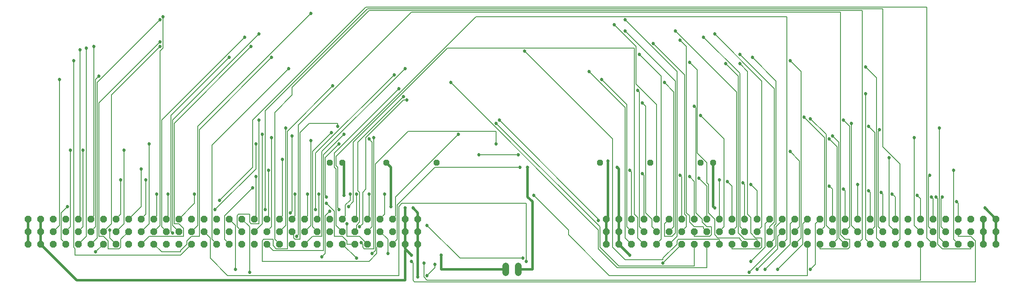
<source format=gbr>
G04 EAGLE Gerber RS-274X export*
G75*
%MOMM*%
%FSLAX34Y34*%
%LPD*%
%INTop Copper*%
%IPPOS*%
%AMOC8*
5,1,8,0,0,1.08239X$1,22.5*%
G01*
%ADD10P,1.484606X8X292.500000*%
%ADD11P,1.319650X8X22.500000*%
%ADD12P,1.319650X8X202.500000*%
%ADD13C,1.371600*%
%ADD14C,0.508000*%
%ADD15C,0.685800*%
%ADD16C,0.152400*%


D10*
X965200Y139700D03*
X939800Y139700D03*
X914400Y139700D03*
X889000Y139700D03*
X863600Y139700D03*
X838200Y139700D03*
X812800Y139700D03*
X787400Y139700D03*
X762000Y139700D03*
X736600Y139700D03*
X711200Y139700D03*
X685800Y139700D03*
X660400Y139700D03*
X635000Y139700D03*
X609600Y139700D03*
X584200Y139700D03*
X965200Y88900D03*
X939800Y88900D03*
X914400Y88900D03*
X889000Y88900D03*
X863600Y88900D03*
X838200Y88900D03*
X812800Y88900D03*
X787400Y88900D03*
X762000Y88900D03*
X736600Y88900D03*
X711200Y88900D03*
X685800Y88900D03*
X660400Y88900D03*
X635000Y88900D03*
X609600Y88900D03*
X584200Y88900D03*
X965200Y114300D03*
X939800Y114300D03*
X914400Y114300D03*
X889000Y114300D03*
X863600Y114300D03*
X838200Y114300D03*
X812800Y114300D03*
X787400Y114300D03*
X762000Y114300D03*
X736600Y114300D03*
X711200Y114300D03*
X685800Y114300D03*
X660400Y114300D03*
X635000Y114300D03*
X609600Y114300D03*
X584200Y114300D03*
X558800Y139700D03*
X533400Y139700D03*
X508000Y139700D03*
X482600Y139700D03*
X457200Y139700D03*
X431800Y139700D03*
X406400Y139700D03*
X381000Y139700D03*
X355600Y139700D03*
X330200Y139700D03*
X304800Y139700D03*
X279400Y139700D03*
X254000Y139700D03*
X228600Y139700D03*
X203200Y139700D03*
X177800Y139700D03*
X558800Y88900D03*
X533400Y88900D03*
X508000Y88900D03*
X482600Y88900D03*
X457200Y88900D03*
X431800Y88900D03*
X406400Y88900D03*
X381000Y88900D03*
X355600Y88900D03*
X330200Y88900D03*
X304800Y88900D03*
X279400Y88900D03*
X254000Y88900D03*
X228600Y88900D03*
X203200Y88900D03*
X177800Y88900D03*
X558800Y114300D03*
X533400Y114300D03*
X508000Y114300D03*
X482600Y114300D03*
X457200Y114300D03*
X431800Y114300D03*
X406400Y114300D03*
X381000Y114300D03*
X355600Y114300D03*
X330200Y114300D03*
X304800Y114300D03*
X279400Y114300D03*
X254000Y114300D03*
X228600Y114300D03*
X203200Y114300D03*
X177800Y114300D03*
X2133600Y139700D03*
X2108200Y139700D03*
X2082800Y139700D03*
X2057400Y139700D03*
X2032000Y139700D03*
X2006600Y139700D03*
X1981200Y139700D03*
X1955800Y139700D03*
X1930400Y139700D03*
X1905000Y139700D03*
X1879600Y139700D03*
X1854200Y139700D03*
X1828800Y139700D03*
X1803400Y139700D03*
X1778000Y139700D03*
X1752600Y139700D03*
X2133600Y88900D03*
X2108200Y88900D03*
X2082800Y88900D03*
X2057400Y88900D03*
X2032000Y88900D03*
X2006600Y88900D03*
X1981200Y88900D03*
X1955800Y88900D03*
X1930400Y88900D03*
X1905000Y88900D03*
X1879600Y88900D03*
X1854200Y88900D03*
X1828800Y88900D03*
X1803400Y88900D03*
X1778000Y88900D03*
X1752600Y88900D03*
X2133600Y114300D03*
X2108200Y114300D03*
X2082800Y114300D03*
X2057400Y114300D03*
X2032000Y114300D03*
X2006600Y114300D03*
X1981200Y114300D03*
X1955800Y114300D03*
X1930400Y114300D03*
X1905000Y114300D03*
X1879600Y114300D03*
X1854200Y114300D03*
X1828800Y114300D03*
X1803400Y114300D03*
X1778000Y114300D03*
X1752600Y114300D03*
X1727200Y139700D03*
X1701800Y139700D03*
X1676400Y139700D03*
X1651000Y139700D03*
X1625600Y139700D03*
X1600200Y139700D03*
X1574800Y139700D03*
X1549400Y139700D03*
X1524000Y139700D03*
X1498600Y139700D03*
X1473200Y139700D03*
X1447800Y139700D03*
X1422400Y139700D03*
X1397000Y139700D03*
X1371600Y139700D03*
X1346200Y139700D03*
X1727200Y88900D03*
X1701800Y88900D03*
X1676400Y88900D03*
X1651000Y88900D03*
X1625600Y88900D03*
X1600200Y88900D03*
X1574800Y88900D03*
X1549400Y88900D03*
X1524000Y88900D03*
X1498600Y88900D03*
X1473200Y88900D03*
X1447800Y88900D03*
X1422400Y88900D03*
X1397000Y88900D03*
X1371600Y88900D03*
X1346200Y88900D03*
X1727200Y114300D03*
X1701800Y114300D03*
X1676400Y114300D03*
X1651000Y114300D03*
X1625600Y114300D03*
X1600200Y114300D03*
X1574800Y114300D03*
X1549400Y114300D03*
X1524000Y114300D03*
X1498600Y114300D03*
X1473200Y114300D03*
X1447800Y114300D03*
X1422400Y114300D03*
X1397000Y114300D03*
X1371600Y114300D03*
X1346200Y114300D03*
D11*
X787400Y254000D03*
X812800Y254000D03*
D12*
X1003300Y254000D03*
X901700Y254000D03*
D11*
X1536700Y254000D03*
X1562100Y254000D03*
D12*
X1435100Y254000D03*
X1333500Y254000D03*
D13*
X1168400Y44958D02*
X1168400Y31242D01*
X1143000Y31242D02*
X1143000Y44958D01*
D14*
X2133600Y88900D02*
X2133600Y114300D01*
X2133600Y139700D01*
X1346200Y114300D02*
X1346200Y88900D01*
X1349375Y142875D02*
X1349375Y257175D01*
X1349375Y142875D02*
X1346200Y139700D01*
X1346200Y114300D01*
X2111375Y161925D02*
X2133600Y139700D01*
X1565275Y161925D02*
X1562100Y165100D01*
X1562100Y254000D01*
X177800Y114300D02*
X177800Y88900D01*
X177800Y114300D02*
X177800Y139700D01*
X965200Y114300D02*
X965200Y88900D01*
X815975Y250825D02*
X812800Y254000D01*
X815975Y250825D02*
X815975Y187325D01*
X955675Y161925D02*
X965200Y152400D01*
X965200Y139700D01*
X965200Y114300D01*
X965200Y88900D02*
X965200Y22225D01*
D15*
X1349375Y257175D03*
X2111375Y161925D03*
X1565275Y161925D03*
X815975Y187325D03*
X955675Y161925D03*
X965200Y22225D03*
D16*
X914400Y139700D02*
X920750Y146050D01*
X920750Y184150D01*
X1047750Y311150D01*
D15*
X1047750Y311150D03*
D16*
X898525Y149225D02*
X889000Y139700D01*
X898525Y149225D02*
X898525Y190500D01*
X2054225Y174625D02*
X2057400Y171450D01*
X2057400Y139700D01*
D15*
X898525Y190500D03*
X2054225Y174625D03*
D16*
X866775Y142875D02*
X863600Y139700D01*
X866775Y142875D02*
X866775Y190500D01*
D15*
X866775Y190500D03*
D16*
X841375Y142875D02*
X838200Y139700D01*
X841375Y142875D02*
X841375Y190500D01*
X2003425Y184150D02*
X2006600Y180975D01*
X2006600Y139700D01*
D15*
X841375Y190500D03*
X2003425Y184150D03*
D16*
X819150Y146050D02*
X812800Y139700D01*
X819150Y146050D02*
X819150Y168275D01*
X828675Y177800D01*
X828675Y190500D01*
X1974850Y187325D02*
X1981200Y180975D01*
X1981200Y139700D01*
D15*
X828675Y190500D03*
X1974850Y187325D03*
D16*
X765175Y142875D02*
X762000Y139700D01*
X765175Y142875D02*
X765175Y190500D01*
X1924050Y190500D02*
X1930400Y184150D01*
X1930400Y139700D01*
D15*
X765175Y190500D03*
X1924050Y190500D03*
D16*
X742950Y146050D02*
X736600Y139700D01*
X742950Y146050D02*
X742950Y190500D01*
X1901825Y193675D02*
X1905000Y190500D01*
X1905000Y139700D01*
D15*
X742950Y190500D03*
X1901825Y193675D03*
D16*
X717550Y146050D02*
X711200Y139700D01*
X717550Y146050D02*
X717550Y190500D01*
X1876425Y196850D02*
X1879600Y193675D01*
X1879600Y139700D01*
D15*
X717550Y190500D03*
X1876425Y196850D03*
D16*
X692150Y146050D02*
X685800Y139700D01*
X692150Y146050D02*
X692150Y260350D01*
X1089025Y269875D02*
X1168400Y269875D01*
X1854200Y209550D02*
X1854200Y139700D01*
D15*
X692150Y260350D03*
X1089025Y269875D03*
X1168400Y269875D03*
X1854200Y209550D03*
D16*
X663575Y142875D02*
X660400Y139700D01*
X663575Y142875D02*
X663575Y238125D01*
X1825625Y200025D02*
X1828800Y196850D01*
X1828800Y139700D01*
D15*
X663575Y238125D03*
X1825625Y200025D03*
D16*
X638175Y142875D02*
X635000Y139700D01*
X638175Y142875D02*
X638175Y225425D01*
X1797050Y206375D02*
X1803400Y200025D01*
X1803400Y139700D01*
D15*
X638175Y225425D03*
X1797050Y206375D03*
D16*
X625475Y123825D02*
X609600Y139700D01*
X625475Y123825D02*
X625475Y31750D01*
X1758950Y38100D02*
X1768475Y47625D01*
X1768475Y130175D01*
X1778000Y139700D01*
D15*
X625475Y31750D03*
X1758950Y38100D03*
D16*
X596900Y127000D02*
X584200Y139700D01*
X596900Y127000D02*
X596900Y38100D01*
X1692275Y38100D02*
X1743075Y88900D01*
X1743075Y130175D01*
X1752600Y139700D01*
D15*
X596900Y38100D03*
X1692275Y38100D03*
D16*
X1666875Y38100D02*
X1717675Y88900D01*
X1717675Y130175D01*
X1727200Y139700D01*
D15*
X1666875Y38100D03*
D16*
X1635125Y31750D02*
X1689100Y85725D01*
X1689100Y123825D01*
X1701800Y136525D01*
X1701800Y139700D01*
D15*
X1635125Y31750D03*
D16*
X1638300Y53975D02*
X1666875Y82550D01*
X1666875Y130175D01*
X1676400Y139700D01*
D15*
X1638300Y53975D03*
D16*
X514350Y171450D02*
X482600Y139700D01*
X514350Y171450D02*
X514350Y190500D01*
X1638300Y209550D02*
X1651000Y196850D01*
X1651000Y139700D01*
D15*
X514350Y190500D03*
X1638300Y209550D03*
D16*
X460375Y142875D02*
X457200Y139700D01*
X460375Y142875D02*
X460375Y190500D01*
X1622425Y212725D02*
X1625600Y209550D01*
X1625600Y139700D01*
D15*
X460375Y190500D03*
X1622425Y212725D03*
D16*
X438150Y146050D02*
X431800Y139700D01*
X438150Y146050D02*
X438150Y190500D01*
X1590675Y215900D02*
X1600200Y206375D01*
X1600200Y139700D01*
D15*
X438150Y190500D03*
X1590675Y215900D03*
D16*
X415925Y149225D02*
X406400Y139700D01*
X415925Y149225D02*
X415925Y219075D01*
X1574800Y219075D02*
X1574800Y139700D01*
D15*
X415925Y219075D03*
X1574800Y219075D03*
D16*
X406400Y165100D02*
X381000Y139700D01*
X406400Y165100D02*
X406400Y241300D01*
X1533525Y222250D02*
X1549400Y206375D01*
X1549400Y139700D01*
D15*
X406400Y241300D03*
X1533525Y222250D03*
D16*
X365125Y149225D02*
X355600Y139700D01*
X365125Y149225D02*
X365125Y219075D01*
X1514475Y225425D02*
X1524000Y215900D01*
X1524000Y139700D01*
D15*
X365125Y219075D03*
X1514475Y225425D03*
D16*
X1498600Y225425D02*
X1495425Y228600D01*
X1498600Y225425D02*
X1498600Y139700D01*
D15*
X1495425Y228600D03*
D16*
X311150Y146050D02*
X304800Y139700D01*
X311150Y146050D02*
X311150Y488950D01*
X1384300Y520700D02*
X1485900Y419100D01*
X1485900Y111125D01*
X1479550Y104775D01*
X1463675Y104775D01*
X1463675Y130175D01*
X1473200Y139700D01*
D15*
X311150Y488950D03*
X1384300Y520700D03*
D16*
X282575Y142875D02*
X279400Y139700D01*
X282575Y142875D02*
X282575Y482600D01*
X1362075Y533400D02*
X1406525Y488950D01*
X1406525Y412750D01*
X1447800Y371475D01*
X1447800Y139700D01*
D15*
X282575Y482600D03*
X1362075Y533400D03*
D16*
X781050Y184150D02*
X777875Y187325D01*
X777875Y263525D01*
X806450Y292100D01*
X1419225Y231775D02*
X1422400Y228600D01*
X1422400Y139700D01*
D15*
X781050Y184150D03*
X806450Y292100D03*
X1419225Y231775D03*
D16*
X1397000Y234950D02*
X1393825Y238125D01*
X1397000Y234950D02*
X1397000Y139700D01*
D15*
X1393825Y238125D03*
D16*
X1050925Y60325D02*
X984250Y127000D01*
X1050925Y60325D02*
X1177925Y60325D01*
D15*
X984250Y127000D03*
X1177925Y60325D03*
D16*
X904875Y98425D02*
X889000Y114300D01*
X904875Y98425D02*
X904875Y69850D01*
X952500Y53975D02*
X955675Y50800D01*
X955675Y15875D01*
X958850Y12700D01*
X2092325Y12700D01*
X2092325Y95250D01*
X2082800Y104775D01*
X2057400Y104775D01*
X2057400Y114300D01*
D15*
X904875Y69850D03*
X952500Y53975D03*
D16*
X873125Y123825D02*
X863600Y114300D01*
X873125Y123825D02*
X873125Y295275D01*
X866775Y301625D01*
X2022475Y180975D02*
X2025650Y184150D01*
X2022475Y180975D02*
X2022475Y123825D01*
X2032000Y114300D01*
D15*
X866775Y301625D03*
X2025650Y184150D03*
D16*
X841375Y117475D02*
X838200Y114300D01*
X841375Y117475D02*
X841375Y127000D01*
X847725Y133350D01*
X847725Y193675D01*
X844550Y196850D01*
X844550Y295275D01*
X936625Y387350D01*
X1997075Y225425D02*
X2000250Y228600D01*
X1997075Y225425D02*
X1997075Y123825D01*
X2006600Y114300D01*
D15*
X936625Y387350D03*
X2000250Y228600D03*
D16*
X812800Y114300D02*
X800100Y127000D01*
X800100Y241300D01*
X796925Y244475D01*
X796925Y273050D01*
X927100Y403225D01*
X1968500Y304800D02*
X1968500Y127000D01*
X1981200Y114300D01*
D15*
X927100Y403225D03*
X1968500Y304800D03*
D16*
X762000Y114300D02*
X752475Y123825D01*
X752475Y276225D01*
X790575Y314325D01*
X1917700Y263525D02*
X1917700Y127000D01*
X1930400Y114300D01*
D15*
X790575Y314325D03*
X1917700Y263525D03*
D16*
X749300Y127000D02*
X736600Y114300D01*
X749300Y127000D02*
X749300Y298450D01*
X1895475Y317500D02*
X1898650Y320675D01*
X1895475Y317500D02*
X1895475Y123825D01*
X1905000Y114300D01*
D15*
X749300Y298450D03*
X1898650Y320675D03*
D16*
X714375Y111125D02*
X711200Y114300D01*
X714375Y111125D02*
X714375Y101600D01*
X717550Y98425D01*
X727075Y98425D01*
X727075Y314325D01*
X746125Y333375D01*
X803275Y333375D01*
X803275Y327025D01*
X1876425Y327025D02*
X1889125Y314325D01*
X1889125Y123825D01*
X1879600Y114300D01*
D15*
X803275Y327025D03*
X1876425Y327025D03*
D16*
X698500Y127000D02*
X685800Y114300D01*
X698500Y127000D02*
X698500Y323850D01*
X1841500Y333375D02*
X1841500Y127000D01*
X1854200Y114300D01*
D15*
X698500Y323850D03*
X1841500Y333375D03*
D16*
X669925Y123825D02*
X660400Y114300D01*
X669925Y123825D02*
X669925Y304800D01*
X1825625Y339725D02*
X1838325Y327025D01*
X1838325Y123825D01*
X1828800Y114300D01*
D15*
X669925Y304800D03*
X1825625Y339725D03*
D16*
X650875Y130175D02*
X635000Y114300D01*
X650875Y130175D02*
X650875Y311150D01*
X1758950Y342900D02*
X1790700Y311150D01*
X1790700Y127000D01*
X1803400Y114300D01*
D15*
X650875Y311150D03*
X1758950Y342900D03*
D16*
X609600Y114300D02*
X600075Y123825D01*
X600075Y146050D01*
X603250Y149225D01*
X625475Y149225D01*
X625475Y133350D01*
X628650Y130175D01*
X644525Y130175D01*
X644525Y339725D01*
X1746250Y346075D02*
X1787525Y304800D01*
X1787525Y123825D01*
X1778000Y114300D01*
D15*
X644525Y339725D03*
X1746250Y346075D03*
D16*
X711200Y155575D02*
X708025Y152400D01*
X711200Y155575D02*
X711200Y307975D01*
X1130300Y339725D02*
X1330325Y139700D01*
X1330325Y136525D01*
D15*
X708025Y152400D03*
X711200Y307975D03*
X1130300Y339725D03*
X1330325Y136525D03*
D16*
X879475Y76200D02*
X873125Y69850D01*
X879475Y76200D02*
X879475Y250825D01*
X946150Y317500D01*
X1123950Y317500D01*
X1123950Y292100D01*
X1717675Y276225D02*
X1736725Y257175D01*
X1736725Y123825D01*
X1727200Y114300D01*
D15*
X873125Y69850D03*
X1123950Y292100D03*
X1717675Y276225D03*
D16*
X546100Y101600D02*
X533400Y114300D01*
X546100Y101600D02*
X546100Y60325D01*
X581025Y25400D01*
X927100Y25400D01*
X927100Y165100D01*
X933450Y171450D01*
X1184275Y171450D01*
X1184275Y53975D01*
X1651000Y38100D02*
X1692275Y79375D01*
X1692275Y104775D01*
X1701800Y114300D01*
D15*
X1184275Y53975D03*
X1651000Y38100D03*
D16*
X520700Y127000D02*
X508000Y114300D01*
X520700Y127000D02*
X520700Y327025D01*
X749300Y555625D01*
X1616075Y473075D02*
X1685925Y403225D01*
X1685925Y133350D01*
X1676400Y123825D01*
X1676400Y114300D01*
D15*
X749300Y555625D03*
X1616075Y473075D03*
D16*
X482600Y114300D02*
X469900Y127000D01*
X469900Y339725D01*
X644525Y514350D01*
X1565275Y514350D02*
X1660525Y419100D01*
X1660525Y123825D01*
X1651000Y114300D01*
D15*
X644525Y514350D03*
X1565275Y514350D03*
D16*
X457200Y114300D02*
X447675Y123825D01*
X447675Y339725D01*
X615950Y508000D01*
X1543050Y508000D02*
X1616075Y434975D01*
X1616075Y123825D01*
X1625600Y114300D01*
D15*
X615950Y508000D03*
X1543050Y508000D03*
D16*
X444500Y127000D02*
X431800Y114300D01*
X444500Y127000D02*
X444500Y479425D01*
X450850Y485775D01*
X450850Y549275D01*
X1485900Y520700D02*
X1609725Y396875D01*
X1609725Y123825D01*
X1600200Y114300D01*
D15*
X450850Y549275D03*
X1485900Y520700D03*
D16*
X422275Y130175D02*
X406400Y114300D01*
X422275Y130175D02*
X422275Y292100D01*
X1536700Y349250D02*
X1584325Y301625D01*
X1584325Y123825D01*
X1574800Y114300D01*
D15*
X422275Y292100D03*
X1536700Y349250D03*
D16*
X381000Y114300D02*
X365125Y98425D01*
X365125Y82550D01*
X361950Y79375D01*
X339725Y79375D01*
X339725Y95250D01*
X330200Y104775D01*
X320675Y104775D01*
X320675Y374650D01*
X444500Y498475D01*
X1495425Y501650D02*
X1508125Y488950D01*
X1508125Y152400D01*
X1514475Y146050D01*
X1514475Y133350D01*
X1524000Y123825D01*
X1543050Y123825D01*
X1543050Y120650D01*
X1549400Y114300D01*
D15*
X444500Y498475D03*
X1495425Y501650D03*
D16*
X371475Y130175D02*
X355600Y114300D01*
X371475Y130175D02*
X371475Y279400D01*
X1524000Y368300D02*
X1527175Y365125D01*
X1527175Y152400D01*
X1539875Y139700D01*
X1539875Y133350D01*
X1549400Y123825D01*
X1558925Y123825D01*
X1558925Y107950D01*
X1555750Y104775D01*
X1524000Y104775D01*
X1524000Y114300D01*
D15*
X371475Y279400D03*
X1524000Y368300D03*
D16*
X346075Y130175D02*
X330200Y114300D01*
X346075Y130175D02*
X346075Y390525D01*
X444500Y488950D01*
X1441450Y495300D02*
X1504950Y431800D01*
X1504950Y149225D01*
X1508125Y146050D01*
X1508125Y123825D01*
X1498600Y114300D01*
D15*
X444500Y488950D03*
X1441450Y495300D03*
D16*
X314325Y123825D02*
X304800Y114300D01*
X314325Y123825D02*
X314325Y422275D01*
X320675Y428625D01*
X1463675Y415925D02*
X1482725Y396875D01*
X1482725Y123825D01*
X1473200Y114300D01*
D15*
X320675Y428625D03*
X1463675Y415925D03*
D16*
X288925Y123825D02*
X279400Y114300D01*
X288925Y123825D02*
X288925Y279400D01*
X1419225Y374650D02*
X1425575Y368300D01*
X1425575Y152400D01*
X1438275Y139700D01*
X1438275Y123825D01*
X1447800Y114300D01*
D15*
X288925Y279400D03*
X1419225Y374650D03*
D16*
X263525Y123825D02*
X254000Y114300D01*
X263525Y123825D02*
X263525Y279400D01*
X1409700Y400050D02*
X1412875Y396875D01*
X1412875Y123825D01*
X1422400Y114300D01*
D15*
X263525Y279400D03*
X1409700Y400050D03*
D16*
X241300Y127000D02*
X228600Y114300D01*
X241300Y127000D02*
X241300Y422275D01*
X1336675Y422275D02*
X1387475Y371475D01*
X1387475Y123825D01*
X1397000Y114300D01*
D15*
X241300Y422275D03*
X1336675Y422275D03*
D16*
X923925Y98425D02*
X914400Y88900D01*
X923925Y98425D02*
X923925Y168275D01*
X1000125Y244475D01*
X1171575Y244475D01*
X2012950Y184150D02*
X2016125Y180975D01*
X2016125Y88900D01*
X2025650Y79375D01*
X2082800Y79375D01*
X2082800Y88900D01*
D15*
X1171575Y244475D03*
X2012950Y184150D03*
D16*
X889000Y88900D02*
X882650Y82550D01*
X882650Y69850D01*
X866775Y53975D01*
X650875Y53975D01*
X650875Y95250D01*
X654050Y98425D01*
X673100Y98425D01*
X673100Y85725D01*
X679450Y79375D01*
X701675Y79375D01*
X701675Y317500D01*
X793750Y409575D01*
X2047875Y238125D02*
X2047875Y98425D01*
X2057400Y88900D01*
D15*
X793750Y409575D03*
X2047875Y238125D03*
D16*
X863600Y88900D02*
X847725Y104775D01*
X822325Y104775D01*
X822325Y130175D01*
X758825Y158750D02*
X758825Y273050D01*
X917575Y431800D01*
X2019300Y323850D02*
X2019300Y101600D01*
X2032000Y88900D01*
D15*
X822325Y130175D03*
X758825Y158750D03*
X917575Y431800D03*
X2019300Y323850D03*
D16*
X838200Y88900D02*
X822325Y88900D01*
X822325Y95250D01*
X812800Y104775D01*
X796925Y104775D01*
X796925Y155575D01*
X781050Y171450D01*
X631825Y244475D02*
X565150Y177800D01*
X631825Y244475D02*
X631825Y339725D01*
X860425Y568325D01*
X1993900Y568325D01*
X1993900Y101600D01*
X2006600Y88900D01*
D15*
X781050Y171450D03*
X565150Y177800D03*
D16*
X812800Y88900D02*
X841375Y60325D01*
X977900Y50800D02*
X977900Y22225D01*
X984250Y15875D01*
X1981200Y15875D01*
X1981200Y88900D01*
D15*
X841375Y60325D03*
X977900Y50800D03*
D16*
X657225Y158750D02*
X657225Y358775D01*
X863600Y565150D01*
X1905000Y565150D01*
X1905000Y285750D01*
X1939925Y250825D01*
X1939925Y98425D01*
X1930400Y88900D01*
D15*
X657225Y158750D03*
D16*
X736600Y88900D02*
X752475Y104775D01*
X771525Y104775D01*
X771525Y276225D01*
X939800Y444500D01*
X1870075Y447675D02*
X1892300Y425450D01*
X1892300Y101600D01*
X1905000Y88900D01*
D15*
X939800Y444500D03*
X1870075Y447675D03*
D16*
X854075Y130175D02*
X847725Y123825D01*
X854075Y130175D02*
X854075Y193675D01*
X860425Y200025D01*
X860425Y304800D01*
X936625Y381000D01*
X942975Y381000D01*
X1870075Y393700D02*
X1870075Y98425D01*
X1879600Y88900D01*
D15*
X847725Y123825D03*
X942975Y381000D03*
X1870075Y393700D03*
D16*
X685800Y88900D02*
X676275Y98425D01*
X676275Y355600D01*
X711200Y390525D01*
X711200Y406400D01*
X866775Y561975D01*
X1863725Y561975D01*
X1863725Y98425D01*
X1854200Y88900D01*
X673100Y76200D02*
X660400Y88900D01*
X673100Y76200D02*
X774700Y76200D01*
X774700Y269875D01*
X815975Y311150D01*
X1803400Y307975D02*
X1816100Y295275D01*
X1816100Y101600D01*
X1828800Y88900D01*
D15*
X815975Y311150D03*
X1803400Y307975D03*
D16*
X854075Y88900D02*
X850900Y92075D01*
X854075Y88900D02*
X854075Y82550D01*
X857250Y79375D01*
X876300Y79375D01*
X876300Y304800D01*
X1797050Y301625D02*
X1812925Y285750D01*
X1812925Y98425D01*
X1803400Y88900D01*
D15*
X850900Y92075D03*
X876300Y304800D03*
X1797050Y301625D03*
D16*
X723900Y107950D02*
X720725Y104775D01*
X723900Y107950D02*
X723900Y330200D01*
X952500Y558800D01*
X1819275Y558800D01*
X1819275Y107950D01*
X1828800Y98425D01*
X1838325Y98425D01*
X1838325Y82550D01*
X1835150Y79375D01*
X1778000Y79375D01*
X1778000Y88900D01*
D15*
X720725Y104775D03*
D16*
X584200Y88900D02*
X574675Y98425D01*
X574675Y146050D01*
X631825Y203200D01*
X1200150Y187325D02*
X1270000Y117475D01*
X1270000Y107950D01*
X1352550Y25400D01*
X1752600Y25400D01*
X1752600Y88900D01*
D15*
X631825Y203200D03*
X1200150Y187325D03*
D16*
X558800Y88900D02*
X549275Y98425D01*
X549275Y288925D01*
X704850Y444500D01*
X1717675Y460375D02*
X1739900Y438150D01*
X1739900Y101600D01*
X1727200Y88900D01*
D15*
X704850Y444500D03*
X1717675Y460375D03*
D16*
X777875Y69850D02*
X771525Y63500D01*
X777875Y69850D02*
X777875Y146050D01*
X787400Y155575D01*
X803275Y161925D02*
X806450Y158750D01*
X803275Y161925D02*
X803275Y244475D01*
X800100Y247650D01*
X800100Y266700D01*
X1082675Y549275D01*
X1711325Y549275D01*
X1711325Y98425D01*
X1701800Y88900D01*
D15*
X771525Y63500D03*
X787400Y155575D03*
X806450Y158750D03*
D16*
X508000Y88900D02*
X485775Y66675D01*
X273050Y66675D01*
X273050Y79375D01*
X269875Y82550D01*
X269875Y460375D01*
X1641475Y466725D02*
X1689100Y419100D01*
X1689100Y130175D01*
X1685925Y127000D01*
X1685925Y98425D01*
X1676400Y88900D01*
D15*
X269875Y460375D03*
X1641475Y466725D03*
D16*
X1612900Y428625D02*
X1587500Y454025D01*
X1612900Y428625D02*
X1612900Y111125D01*
X1625600Y98425D01*
X1651000Y98425D01*
X1651000Y88900D01*
D15*
X1587500Y454025D03*
D16*
X469900Y111125D02*
X466725Y114300D01*
X466725Y349250D01*
X584200Y466725D01*
X1514475Y457200D02*
X1530350Y441325D01*
X1530350Y273050D01*
X1549400Y254000D01*
X1549400Y212725D01*
X1552575Y209550D01*
X1552575Y152400D01*
X1565275Y139700D01*
X1565275Y107950D01*
X1571625Y101600D01*
X1616075Y101600D01*
X1616075Y98425D01*
X1625600Y88900D01*
D15*
X469900Y111125D03*
X584200Y466725D03*
X1514475Y457200D03*
D16*
X447675Y73025D02*
X431800Y88900D01*
X447675Y73025D02*
X485775Y73025D01*
X485775Y76200D01*
X498475Y88900D01*
X498475Y95250D01*
X508000Y104775D01*
X523875Y104775D01*
X523875Y320675D01*
X669925Y466725D01*
X1616075Y454025D02*
X1631950Y438150D01*
X1631950Y149225D01*
X1638300Y142875D01*
X1638300Y111125D01*
X1647825Y101600D01*
X1660525Y101600D01*
X1660525Y82550D01*
X1657350Y79375D01*
X1600200Y79375D01*
X1600200Y88900D01*
D15*
X669925Y466725D03*
X1616075Y454025D03*
D16*
X422275Y104775D02*
X406400Y88900D01*
X422275Y104775D02*
X492125Y104775D01*
X492125Y120650D01*
X482600Y130175D01*
X473075Y130175D01*
X473075Y333375D01*
X628650Y488950D01*
X1181100Y479425D02*
X1358900Y301625D01*
X1358900Y82550D01*
X1384300Y57150D01*
X1460500Y57150D01*
X1460500Y60325D01*
X1489075Y88900D01*
X1489075Y95250D01*
X1492250Y98425D01*
X1574800Y98425D01*
X1574800Y88900D01*
D15*
X628650Y488950D03*
X1181100Y479425D03*
D16*
X1031875Y415925D02*
X1330325Y117475D01*
X1330325Y79375D01*
X1368425Y41275D01*
X1549400Y41275D01*
X1549400Y88900D01*
D15*
X1031875Y415925D03*
D16*
X355600Y88900D02*
X342900Y101600D01*
X342900Y117475D01*
X555625Y158750D02*
X638175Y241300D01*
X638175Y292100D01*
X1123950Y333375D02*
X1333500Y123825D01*
X1333500Y82550D01*
X1371600Y44450D01*
X1524000Y44450D01*
X1524000Y88900D01*
D15*
X342900Y117475D03*
X555625Y158750D03*
X638175Y292100D03*
X1123950Y333375D03*
D16*
X330200Y88900D02*
X314325Y73025D01*
X984250Y25400D02*
X1000125Y41275D01*
X1000125Y47625D01*
X1460500Y50800D02*
X1498600Y88900D01*
D15*
X314325Y73025D03*
X984250Y25400D03*
X1000125Y47625D03*
X1460500Y50800D03*
D16*
X317500Y101600D02*
X304800Y88900D01*
X317500Y101600D02*
X317500Y415925D01*
X444500Y542925D01*
X1384300Y542925D02*
X1489075Y438150D01*
X1489075Y104775D01*
X1473200Y88900D01*
D15*
X444500Y542925D03*
X1384300Y542925D03*
D16*
X295275Y104775D02*
X279400Y88900D01*
X295275Y104775D02*
X295275Y485775D01*
X1412875Y473075D02*
X1457325Y428625D01*
X1457325Y98425D01*
X1447800Y88900D01*
D15*
X295275Y485775D03*
X1412875Y473075D03*
D16*
X254000Y88900D02*
X244475Y98425D01*
X244475Y152400D01*
X257175Y165100D01*
X825500Y165100D02*
X835025Y174625D01*
X835025Y295275D01*
X1025525Y485775D01*
X1403350Y485775D01*
X1403350Y149225D01*
X1409700Y142875D01*
X1409700Y101600D01*
X1422400Y88900D01*
D15*
X257175Y165100D03*
X825500Y165100D03*
D16*
X1311275Y438150D02*
X1384300Y365125D01*
X1384300Y101600D01*
X1397000Y88900D01*
D15*
X1311275Y438150D03*
D14*
X911225Y244475D02*
X901700Y254000D01*
X911225Y244475D02*
X911225Y165100D01*
X939800Y161925D02*
X939800Y139700D01*
X203200Y114300D02*
X203200Y88900D01*
X203200Y114300D02*
X203200Y139700D01*
X939800Y114300D02*
X939800Y88900D01*
X1012825Y38100D02*
X1143000Y38100D01*
X1012825Y38100D02*
X1012825Y66675D01*
X941388Y77788D02*
X939800Y79375D01*
X941388Y77788D02*
X952500Y66675D01*
X939800Y79375D02*
X939800Y88900D01*
X276225Y15875D02*
X203200Y88900D01*
X276225Y15875D02*
X939800Y15875D01*
X939800Y76200D01*
X941388Y77788D01*
X939800Y114300D02*
X939800Y139700D01*
D15*
X911225Y165100D03*
X939800Y161925D03*
X1012825Y66675D03*
X952500Y66675D03*
D14*
X2108200Y88900D02*
X2108200Y114300D01*
X2108200Y139700D01*
X1371600Y114300D02*
X1371600Y88900D01*
X1371600Y241300D02*
X1368425Y244475D01*
X1371600Y241300D02*
X1371600Y139700D01*
X1196975Y38100D02*
X1168400Y38100D01*
X1196975Y38100D02*
X1196975Y174625D01*
X1187450Y184150D01*
X1187450Y244475D01*
X1371600Y139700D02*
X1371600Y114300D01*
X1371600Y88900D02*
X1393825Y66675D01*
D15*
X1368425Y244475D03*
X1187450Y244475D03*
X1393825Y66675D03*
M02*

</source>
